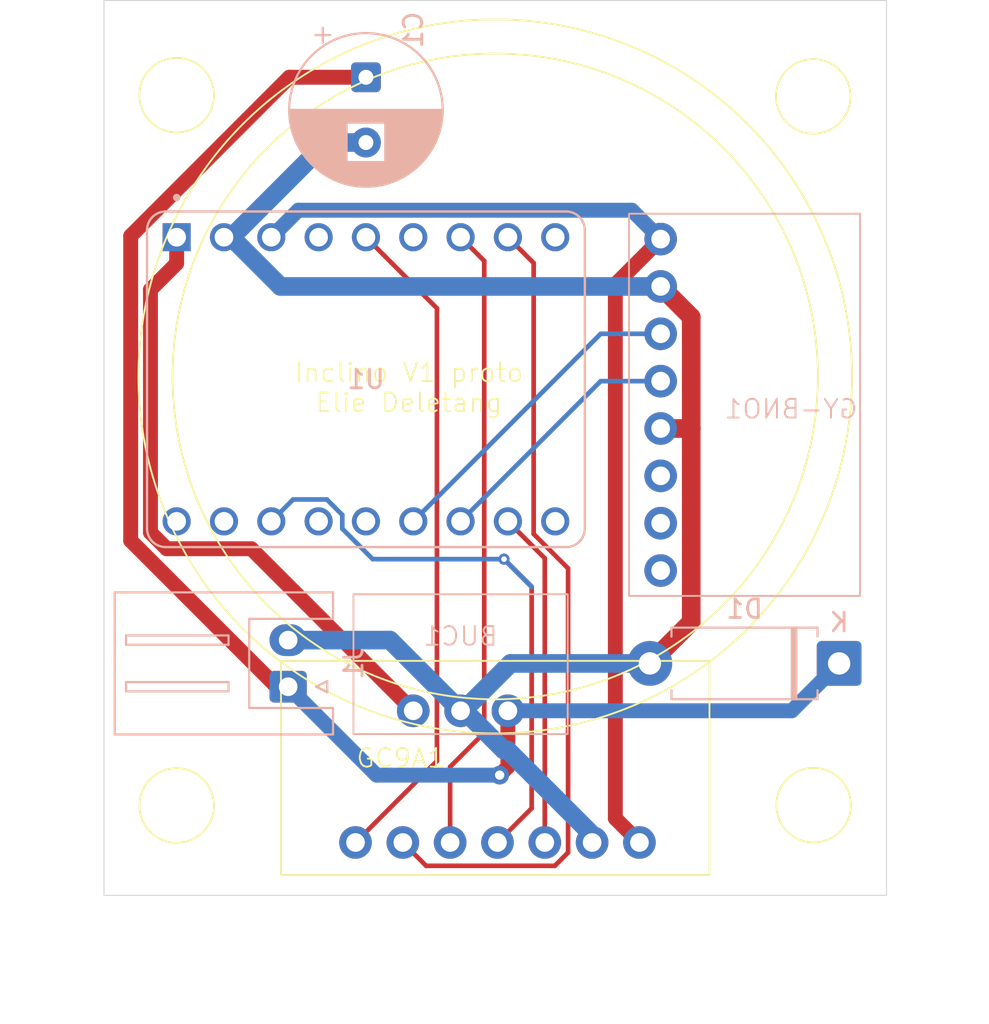
<source format=kicad_pcb>
(kicad_pcb (version 20241229) (generator "pcbnew") (generator_version "9.0")
  (layers (0 "F.Cu" signal) (2 "B.Cu" signal) (13 "F.Paste" user) (15 "B.Paste" user) (5 "F.SilkS" user "F.Silkscreen") (7 "B.SilkS" user "B.Silkscreen") (1 "F.Mask" user) (3 "B.Mask" user) (25 "Edge.Cuts" user))
  (net 0 "")
  (net 6 "Net-(BUC1-GND)")
  (net 13 "Net-(GC9A1-VCC)")
  (net 14 "Net-(GY-BNO1-SDA{slash}Tx)")
  (net 15 "Net-(BUC1-Vout)")
  (net 16 "Net-(GY-BNO1-SCL{slash}Rx)")
  (net 17 "Net-(GC9A1-RST)")
  (net 18 "Net-(GC9A1-SCL)")
  (net 19 "Net-(GC9A1-DC)")
  (net 20 "Net-(GC9A1-CS)")
  (net 21 "Net-(GC9A1-SDA)")
  (net 22 "Net-(BUC1-Vin)")
  (footprint "Mes_Empreintes:GC9A01" (layer "F.Cu") (at 103.46 85.145)
    (property "Reference" "GC9A1" (at -5.08 -14.025 0) (layer "F.SilkS") (effects (font (thickness 0.1))))
    (property "Value" "~" (hide yes))
    (fp_rect (start -11.5 -19.24) (end 11.5 -7.76) (stroke (width 0.1)) (fill no) (layer "F.SilkS"))
    (fp_circle (center 0 -34.5) (end 17.32 -34.5) (stroke (width 0.1)) (fill no) (layer "F.SilkS"))
    (fp_circle (center 0 -34.5) (end 19.15 -34.5) (stroke (width 0.1)) (fill no) (layer "F.SilkS"))
    (pad "1" thru_hole circle (at -7.5 -9.5) (size 1.75 1.75) (drill 1) (layers "*.Cu" "*.Mask") (net 17 "Net-(GC9A1-RST)"))
    (pad "2" thru_hole circle (at -4.96 -9.5) (size 1.75 1.75) (drill 1) (layers "*.Cu" "*.Mask") (net 20 "Net-(GC9A1-CS)"))
    (pad "3" thru_hole circle (at -2.42 -9.5) (size 1.75 1.75) (drill 1) (layers "*.Cu" "*.Mask") (net 19 "Net-(GC9A1-DC)"))
    (pad "4" thru_hole circle (at 0.12 -9.5) (size 1.75 1.75) (drill 1) (layers "*.Cu" "*.Mask") (net 21 "Net-(GC9A1-SDA)"))
    (pad "5" thru_hole circle (at 2.66 -9.5) (size 1.75 1.75) (drill 1) (layers "*.Cu" "*.Mask") (net 18 "Net-(GC9A1-SCL)"))
    (pad "6" thru_hole circle (at 5.2 -9.5) (size 1.75 1.75) (drill 1) (layers "*.Cu" "*.Mask") (net 6 "Net-(BUC1-GND)"))
    (pad "7" thru_hole circle (at 7.74 -9.5) (size 1.75 1.75) (drill 1) (layers "*.Cu" "*.Mask") (net 13 "Net-(GC9A1-VCC)"))
  )
  (footprint "MountingHole:MountingHole_3.2mm_M3" (layer "F.Cu") (at 86.36 73.66)
    (property "Reference" "M4" (hide yes))
    (property "Value" "MountingHole_3.2mm_M3")
    (pad "" np_thru_hole circle (at 0 0) (size 3.2 3.2) (drill 3.2) (layers "*.Cu" "*.Mask"))
  )
  (footprint "MountingHole:MountingHole_3.2mm_M3" (layer "F.Cu") (at 120.5 35.56)
    (property "Reference" "M2" (hide yes))
    (property "Value" "MountingHole_3.2mm_M3")
    (pad "" np_thru_hole circle (at 0 0) (size 3.2 3.2) (drill 3.2) (layers "*.Cu" "*.Mask"))
  )
  (footprint "MountingHole:MountingHole_3.2mm_M3" (layer "F.Cu") (at 86.36 35.56)
    (property "Reference" "M1" (hide yes))
    (property "Value" "MountingHole_3.2mm_M3")
    (pad "" np_thru_hole circle (at 0 0) (size 3.2 3.2) (drill 3.2) (layers "*.Cu" "*.Mask"))
  )
  (footprint "MountingHole:MountingHole_3.2mm_M3" (layer "F.Cu") (at 120.5 73.66)
    (property "Reference" "M3" (hide yes))
    (property "Value" "MountingHole_3.2mm_M3")
    (pad "" np_thru_hole circle (at 0 0) (size 3.2 3.2) (drill 3.2) (layers "*.Cu" "*.Mask"))
  )
  (footprint "Diode_THT:D_DO-15_P10.16mm_Horizontal" (layer "B.Cu") (at 121.92 66.04 180)
    (property "Reference" "D1" (at 5.08 2.92 0) (layer "B.SilkS") (effects (justify mirror)))
    (property "Value" "D_TVS")
    (fp_line (start 9 1.92) (end 9 1.44) (stroke (width 0.12)) (layer "B.SilkS"))
    (fp_line (start 9 -1.92) (end 9 -1.44) (stroke (width 0.12)) (layer "B.SilkS"))
    (fp_line (start 2.54 1.92) (end 2.54 -1.92) (stroke (width 0.12)) (layer "B.SilkS"))
    (fp_line (start 2.42 1.92) (end 2.42 -1.92) (stroke (width 0.12)) (layer "B.SilkS"))
    (fp_line (start 2.3 1.92) (end 2.3 -1.92) (stroke (width 0.12)) (layer "B.SilkS"))
    (fp_line (start 1.16 1.92) (end 9 1.92) (stroke (width 0.12)) (layer "B.SilkS"))
    (fp_line (start 1.16 1.44) (end 1.16 1.92) (stroke (width 0.12)) (layer "B.SilkS"))
    (fp_line (start 1.16 -1.44) (end 1.16 -1.92) (stroke (width 0.12)) (layer "B.SilkS"))
    (fp_line (start 1.16 -1.92) (end 9 -1.92) (stroke (width 0.12)) (layer "B.SilkS"))
    (fp_text user "K" (at 0 2.2 0) (layer "B.SilkS") (effects (justify mirror)))
    (pad "1" thru_hole roundrect (at 0 0 180) (size 2.4 2.4) (drill 1.2) (layers "*.Cu" "*.Mask") (roundrect_rratio 0.104167) (net 22 "Net-(BUC1-Vin)"))
    (pad "2" thru_hole circle (at 10.16 0 180) (size 2.4 2.4) (drill 1.2) (layers "*.Cu" "*.Mask") (net 6 "Net-(BUC1-GND)"))
  )
  (footprint "ESP32-S3-ZERO:MODULE_ESP32-S3-ZERO" (layer "B.Cu") (at 96.52 50.8 -90)
    (property "Reference" "U1" (at 0 0 180) (layer "B.SilkS") (effects (justify mirror)))
    (property "Value" "ESP32-S3-ZERO")
    (fp_line (start -8 11.75) (end -4.61 11.75) (stroke (width 0.127)) (layer "B.SilkS"))
    (fp_line (start -4.61 11.75) (end 4.33 11.75) (stroke (width 0.127)) (layer "B.SilkS"))
    (fp_line (start 4.33 11.75) (end 8 11.75) (stroke (width 0.127)) (layer "B.SilkS"))
    (fp_line (start 9 10.75) (end 9 -10.75) (stroke (width 0.127)) (layer "B.SilkS"))
    (fp_line (start -9 -10.75) (end -9 10.75) (stroke (width 0.127)) (layer "B.SilkS"))
    (fp_line (start 8 -11.75) (end -8 -11.75) (stroke (width 0.127)) (layer "B.SilkS"))
    (fp_arc (start -8 11.75) (mid -8.707107 11.457107) (end -9 10.75) (stroke (width 0.127)) (layer "B.SilkS"))
    (fp_arc (start 9 10.75) (mid 8.707107 11.457107) (end 8 11.75) (stroke (width 0.127)) (layer "B.SilkS"))
    (fp_arc (start -9 -10.75) (mid -8.707107 -11.457107) (end -8 -11.75) (stroke (width 0.127)) (layer "B.SilkS"))
    (fp_arc (start 8 -11.75) (mid 8.707107 -11.457107) (end 9 -10.75) (stroke (width 0.127)) (layer "B.SilkS"))
    (fp_circle (center -9.75 10.16) (end -9.65 10.16) (stroke (width 0.2)) (fill no) (layer "B.SilkS"))
    (pad "1" thru_hole circle (at -7.62 2.54 270) (size 1.508 1.508) (drill 1) (layers "*.Cu" "*.Mask"))
    (pad "2" thru_hole circle (at -7.62 0 270) (size 1.508 1.508) (drill 1) (layers "*.Cu" "*.Mask") (net 17 "Net-(GC9A1-RST)"))
    (pad "3" thru_hole circle (at -7.62 -2.54 270) (size 1.508 1.508) (drill 1) (layers "*.Cu" "*.Mask"))
    (pad "3V3" thru_hole circle (at -7.62 5.08 270) (size 1.508 1.508) (drill 1) (layers "*.Cu" "*.Mask") (net 13 "Net-(GC9A1-VCC)"))
    (pad "4" thru_hole circle (at -7.62 -5.08 270) (size 1.508 1.508) (drill 1) (layers "*.Cu" "*.Mask") (net 19 "Net-(GC9A1-DC)"))
    (pad "5" thru_hole circle (at -7.62 -7.62 270) (size 1.508 1.508) (drill 1) (layers "*.Cu" "*.Mask") (net 20 "Net-(GC9A1-CS)"))
    (pad "5V" thru_hole rect (at -7.62 10.16 270) (size 1.508 1.508) (drill 1) (layers "*.Cu" "*.Mask") (net 15 "Net-(BUC1-Vout)"))
    (pad "6" thru_hole circle (at -7.62 -10.16 270) (size 1.508 1.508) (drill 1) (layers "*.Cu" "*.Mask"))
    (pad "7" thru_hole circle (at 7.62 -10.16 270) (size 1.508 1.508) (drill 1) (layers "*.Cu" "*.Mask"))
    (pad "8" thru_hole circle (at 7.62 -7.62 270) (size 1.508 1.508) (drill 1) (layers "*.Cu" "*.Mask") (net 18 "Net-(GC9A1-SCL)"))
    (pad "9" thru_hole circle (at 7.62 -5.08 270) (size 1.508 1.508) (drill 1) (layers "*.Cu" "*.Mask") (net 14 "Net-(GY-BNO1-SDA{slash}Tx)"))
    (pad "10" thru_hole circle (at 7.62 -2.54 270) (size 1.508 1.508) (drill 1) (layers "*.Cu" "*.Mask") (net 16 "Net-(GY-BNO1-SCL{slash}Rx)"))
    (pad "11" thru_hole circle (at 7.62 0 270) (size 1.508 1.508) (drill 1) (layers "*.Cu" "*.Mask"))
    (pad "12" thru_hole circle (at 7.62 2.54 270) (size 1.508 1.508) (drill 1) (layers "*.Cu" "*.Mask"))
    (pad "13" thru_hole circle (at 7.62 5.08 270) (size 1.508 1.508) (drill 1) (layers "*.Cu" "*.Mask") (net 21 "Net-(GC9A1-SDA)"))
    (pad "GND" thru_hole circle (at -7.62 7.62 270) (size 1.508 1.508) (drill 1) (layers "*.Cu" "*.Mask") (net 6 "Net-(BUC1-GND)"))
    (pad "RX" thru_hole circle (at 7.62 7.62 270) (size 1.508 1.508) (drill 1) (layers "*.Cu" "*.Mask"))
    (pad "TX" thru_hole circle (at 7.62 10.16 270) (size 1.508 1.508) (drill 1) (layers "*.Cu" "*.Mask"))
  )
  (footprint "Connector_JST:JST_XH_S2B-XH-A_1x02_P2.50mm_Horizontal" (layer "B.Cu") (at 92.345 67.29 90)
    (property "Reference" "J1" (at 1.25 3.51 90) (layer "B.SilkS") (effects (justify mirror)))
    (property "Value" "Conn_01x02_MountingPin")
    (fp_line (start 5.06 -9.31) (end 5.06 2.41) (stroke (width 0.12)) (layer "B.SilkS"))
    (fp_line (start 1.25 -9.31) (end 5.06 -9.31) (stroke (width 0.12)) (layer "B.SilkS"))
    (fp_line (start 1.25 -9.31) (end -2.56 -9.31) (stroke (width 0.12)) (layer "B.SilkS"))
    (fp_line (start -2.56 -9.31) (end -2.56 2.41) (stroke (width 0.12)) (layer "B.SilkS"))
    (fp_line (start 2.75 -8.7) (end 2.75 -3.2) (stroke (width 0.12)) (layer "B.SilkS"))
    (fp_line (start 2.25 -8.7) (end 2.75 -8.7) (stroke (width 0.12)) (layer "B.SilkS"))
    (fp_line (start 0.25 -8.7) (end 0.25 -3.2) (stroke (width 0.12)) (layer "B.SilkS"))
    (fp_line (start -0.25 -8.7) (end 0.25 -8.7) (stroke (width 0.12)) (layer "B.SilkS"))
    (fp_line (start 2.75 -3.2) (end 2.25 -3.2) (stroke (width 0.12)) (layer "B.SilkS"))
    (fp_line (start 2.25 -3.2) (end 2.25 -8.7) (stroke (width 0.12)) (layer "B.SilkS"))
    (fp_line (start 0.25 -3.2) (end -0.25 -3.2) (stroke (width 0.12)) (layer "B.SilkS"))
    (fp_line (start -0.25 -3.2) (end -0.25 -8.7) (stroke (width 0.12)) (layer "B.SilkS"))
    (fp_line (start 3.64 -2.09) (end 1.25 -2.09) (stroke (width 0.12)) (layer "B.SilkS"))
    (fp_line (start -1.14 -2.09) (end 1.25 -2.09) (stroke (width 0.12)) (layer "B.SilkS"))
    (fp_line (start 0 1.5) (end -0.3 2.1) (stroke (width 0.12)) (layer "B.SilkS"))
    (fp_line (start 0.3 2.1) (end 0 1.5) (stroke (width 0.12)) (layer "B.SilkS"))
    (fp_line (start -0.3 2.1) (end 0.3 2.1) (stroke (width 0.12)) (layer "B.SilkS"))
    (fp_line (start 5.06 2.41) (end 3.64 2.41) (stroke (width 0.12)) (layer "B.SilkS"))
    (fp_line (start 3.64 2.41) (end 3.64 -2.09) (stroke (width 0.12)) (layer "B.SilkS"))
    (fp_line (start -1.14 2.41) (end -1.14 -2.09) (stroke (width 0.12)) (layer "B.SilkS"))
    (fp_line (start -2.56 2.41) (end -1.14 2.41) (stroke (width 0.12)) (layer "B.SilkS"))
    (pad "1" thru_hole roundrect (at 0 0 90) (size 1.7 2) (drill 1) (layers "*.Cu" "*.Mask") (roundrect_rratio 0.147059) (net 22 "Net-(BUC1-Vin)"))
    (pad "2" thru_hole oval (at 2.5 0 90) (size 1.7 2) (drill 1) (layers "*.Cu" "*.Mask") (net 6 "Net-(BUC1-GND)"))
  )
  (footprint "Capacitor_THT:CP_Radial_D8.0mm_P3.50mm" (layer "B.Cu") (at 96.52 34.6 -90)
    (property "Reference" "C1" (at -2.54 -2.54 90) (layer "B.SilkS") (effects (justify mirror)))
    (property "Value" "C_Polarized")
    (fp_line (start 1.75 4.08) (end 1.75 -4.08) (stroke (width 0.12)) (layer "B.SilkS"))
    (fp_line (start 1.79 4.08) (end 1.79 -4.08) (stroke (width 0.12)) (layer "B.SilkS"))
    (fp_line (start 1.83 4.079) (end 1.83 -4.079) (stroke (width 0.12)) (layer "B.SilkS"))
    (fp_line (start 1.87 4.078) (end 1.87 -4.078) (stroke (width 0.12)) (layer "B.SilkS"))
    (fp_line (start 1.91 4.077) (end 1.91 -4.077) (stroke (width 0.12)) (layer "B.SilkS"))
    (fp_line (start 1.95 4.075) (end 1.95 -4.075) (stroke (width 0.12)) (layer "B.SilkS"))
    (fp_line (start 1.99 4.073) (end 1.99 -4.073) (stroke (width 0.12)) (layer "B.SilkS"))
    (fp_line (start 2.03 4.07) (end 2.03 -4.07) (stroke (width 0.12)) (layer "B.SilkS"))
    (fp_line (start 2.07 4.068) (end 2.07 -4.068) (stroke (width 0.12)) (layer "B.SilkS"))
    (fp_line (start 2.11 4.064) (end 2.11 -4.064) (stroke (width 0.12)) (layer "B.SilkS"))
    (fp_line (start 2.15 4.061) (end 2.15 -4.061) (stroke (width 0.12)) (layer "B.SilkS"))
    (fp_line (start 2.19 4.056) (end 2.19 -4.056) (stroke (width 0.12)) (layer "B.SilkS"))
    (fp_line (start 2.23 4.052) (end 2.23 -4.052) (stroke (width 0.12)) (layer "B.SilkS"))
    (fp_line (start 2.27 4.047) (end 2.27 -4.047) (stroke (width 0.12)) (layer "B.SilkS"))
    (fp_line (start 2.31 4.042) (end 2.31 -4.042) (stroke (width 0.12)) (layer "B.SilkS"))
    (fp_line (start 2.35 4.036) (end 2.35 -4.036) (stroke (width 0.12)) (layer "B.SilkS"))
    (fp_line (start 2.39 4.03) (end 2.39 -4.03) (stroke (width 0.12)) (layer "B.SilkS"))
    (fp_line (start 2.43 4.023) (end 2.43 -4.023) (stroke (width 0.12)) (layer "B.SilkS"))
    (fp_line (start 2.47 4.017) (end 2.47 1.04) (stroke (width 0.12)) (layer "B.SilkS"))
    (fp_line (start 2.51 4.009) (end 2.51 1.04) (stroke (width 0.12)) (layer "B.SilkS"))
    (fp_line (start 2.55 4.002) (end 2.55 1.04) (stroke (width 0.12)) (layer "B.SilkS"))
    (fp_line (start 2.59 3.993) (end 2.59 1.04) (stroke (width 0.12)) (layer "B.SilkS"))
    (fp_line (start 2.63 3.985) (end 2.63 1.04) (stroke (width 0.12)) (layer "B.SilkS"))
    (fp_line (start 2.67 3.976) (end 2.67 1.04) (stroke (width 0.12)) (layer "B.SilkS"))
    (fp_line (start 2.71 3.967) (end 2.71 1.04) (stroke (width 0.12)) (layer "B.SilkS"))
    (fp_line (start 2.75 3.957) (end 2.75 1.04) (stroke (width 0.12)) (layer "B.SilkS"))
    (fp_line (start 2.79 3.947) (end 2.79 1.04) (stroke (width 0.12)) (layer "B.SilkS"))
    (fp_line (start 2.83 3.936) (end 2.83 1.04) (stroke (width 0.12)) (layer "B.SilkS"))
    (fp_line (start 2.87 3.925) (end 2.87 1.04) (stroke (width 0.12)) (layer "B.SilkS"))
    (fp_line (start 2.91 3.913) (end 2.91 1.04) (stroke (width 0.12)) (layer "B.SilkS"))
    (fp_line (start 2.95 3.901) (end 2.95 1.04) (stroke (width 0.12)) (layer "B.SilkS"))
    (fp_line (start 2.99 3.889) (end 2.99 1.04) (stroke (width 0.12)) (layer "B.SilkS"))
    (fp_line (start 3.03 3.876) (end 3.03 1.04) (stroke (width 0.12)) (layer "B.SilkS"))
    (fp_line (start 3.07 3.863) (end 3.07 1.04) (stroke (width 0.12)) (layer "B.SilkS"))
    (fp_line (start 3.11 3.849) (end 3.11 1.04) (stroke (width 0.12)) (layer "B.SilkS"))
    (fp_line (start 3.15 3.835) (end 3.15 1.04) (stroke (width 0.12)) (layer "B.SilkS"))
    (fp_line (start 3.19 3.82) (end 3.19 1.04) (stroke (width 0.12)) (layer "B.SilkS"))
    (fp_line (start 3.23 3.805) (end 3.23 1.04) (stroke (width 0.12)) (layer "B.SilkS"))
    (fp_line (start 3.27 3.789) (end 3.27 1.04) (stroke (width 0.12)) (layer "B.SilkS"))
    (fp_line (start 3.31 3.773) (end 3.31 1.04) (stroke (width 0.12)) (layer "B.SilkS"))
    (fp_line (start 3.35 3.757) (end 3.35 1.04) (stroke (width 0.12)) (layer "B.SilkS"))
    (fp_line (start 3.39 3.74) (end 3.39 1.04) (stroke (width 0.12)) (layer "B.SilkS"))
    (fp_line (start 3.43 3.722) (end 3.43 1.04) (stroke (width 0.12)) (layer "B.SilkS"))
    (fp_line (start 3.47 3.704) (end 3.47 1.04) (stroke (width 0.12)) (layer "B.SilkS"))
    (fp_line (start 3.51 3.685) (end 3.51 1.04) (stroke (width 0.12)) (layer "B.SilkS"))
    (fp_line (start 3.55 3.666) (end 3.55 1.04) (stroke (width 0.12)) (layer "B.SilkS"))
    (fp_line (start 3.59 3.646) (end 3.59 1.04) (stroke (width 0.12)) (layer "B.SilkS"))
    (fp_line (start 3.63 3.626) (end 3.63 1.04) (stroke (width 0.12)) (layer "B.SilkS"))
    (fp_line (start 3.67 3.605) (end 3.67 1.04) (stroke (width 0.12)) (layer "B.SilkS"))
    (fp_line (start 3.71 3.584) (end 3.71 1.04) (stroke (width 0.12)) (layer "B.SilkS"))
    (fp_line (start 3.75 3.562) (end 3.75 1.04) (stroke (width 0.12)) (layer "B.SilkS"))
    (fp_line (start 3.79 3.539) (end 3.79 1.04) (stroke (width 0.12)) (layer "B.SilkS"))
    (fp_line (start 3.83 3.516) (end 3.83 1.04) (stroke (width 0.12)) (layer "B.SilkS"))
    (fp_line (start 3.87 3.493) (end 3.87 1.04) (stroke (width 0.12)) (layer "B.SilkS"))
    (fp_line (start 3.91 3.468) (end 3.91 1.04) (stroke (width 0.12)) (layer "B.SilkS"))
    (fp_line (start 3.95 3.443) (end 3.95 1.04) (stroke (width 0.12)) (layer "B.SilkS"))
    (fp_line (start 3.99 3.418) (end 3.99 1.04) (stroke (width 0.12)) (layer "B.SilkS"))
    (fp_line (start 4.03 3.392) (end 4.03 1.04) (stroke (width 0.12)) (layer "B.SilkS"))
    (fp_line (start 4.07 3.365) (end 4.07 1.04) (stroke (width 0.12)) (layer "B.SilkS"))
    (fp_line (start 4.11 3.337) (end 4.11 1.04) (stroke (width 0.12)) (layer "B.SilkS"))
    (fp_line (start 4.15 3.309) (end 4.15 1.04) (stroke (width 0.12)) (layer "B.SilkS"))
    (fp_line (start 4.19 3.28) (end 4.19 1.04) (stroke (width 0.12)) (layer "B.SilkS"))
    (fp_line (start 4.23 3.25) (end 4.23 1.04) (stroke (width 0.12)) (layer "B.SilkS"))
    (fp_line (start 4.27 3.219) (end 4.27 1.04) (stroke (width 0.12)) (layer "B.SilkS"))
    (fp_line (start 4.31 3.188) (end 4.31 1.04) (stroke (width 0.12)) (layer "B.SilkS"))
    (fp_line (start 4.35 3.156) (end 4.35 1.04) (stroke (width 0.12)) (layer "B.SilkS"))
    (fp_line (start 4.39 3.123) (end 4.39 1.04) (stroke (width 0.12)) (layer "B.SilkS"))
    (fp_line (start 4.43 3.089) (end 4.43 1.04) (stroke (width 0.12)) (layer "B.SilkS"))
    (fp_line (start 4.47 3.055) (end 4.47 1.04) (stroke (width 0.12)) (layer "B.SilkS"))
    (fp_line (start 4.51 3.019) (end 4.51 1.04) (stroke (width 0.12)) (layer "B.SilkS"))
    (fp_line (start 4.55 2.982) (end 4.55 -2.982) (stroke (width 0.12)) (layer "B.SilkS"))
    (fp_line (start 4.59 2.945) (end 4.59 -2.945) (stroke (width 0.12)) (layer "B.SilkS"))
    (fp_line (start 4.63 2.906) (end 4.63 -2.906) (stroke (width 0.12)) (layer "B.SilkS"))
    (fp_line (start 4.67 2.867) (end 4.67 -2.867) (stroke (width 0.12)) (layer "B.SilkS"))
    (fp_line (start 4.71 2.826) (end 4.71 -2.826) (stroke (width 0.12)) (layer "B.SilkS"))
    (fp_line (start 4.75 2.784) (end 4.75 -2.784) (stroke (width 0.12)) (layer "B.SilkS"))
    (fp_line (start 4.79 2.741) (end 4.79 -2.741) (stroke (width 0.12)) (layer "B.SilkS"))
    (fp_line (start -2.259698 2.715) (end -2.259698 1.915) (stroke (width 0.12)) (layer "B.SilkS"))
    (fp_line (start 4.83 2.696) (end 4.83 -2.696) (stroke (width 0.12)) (layer "B.SilkS"))
    (fp_line (start 4.87 2.651) (end 4.87 -2.651) (stroke (width 0.12)) (layer "B.SilkS"))
    (fp_line (start 4.91 2.604) (end 4.91 -2.604) (stroke (width 0.12)) (layer "B.SilkS"))
    (fp_line (start 4.95 2.555) (end 4.95 -2.555) (stroke (width 0.12)) (layer "B.SilkS"))
    (fp_line (start 4.99 2.505) (end 4.99 -2.505) (stroke (width 0.12)) (layer "B.SilkS"))
    (fp_line (start 5.03 2.453) (end 5.03 -2.453) (stroke (width 0.12)) (layer "B.SilkS"))
    (fp_line (start 5.07 2.4) (end 5.07 -2.4) (stroke (width 0.12)) (layer "B.SilkS"))
    (fp_line (start 5.11 2.344) (end 5.11 -2.344) (stroke (width 0.12)) (layer "B.SilkS"))
    (fp_line (start -2.659698 2.315) (end -1.859698 2.315) (stroke (width 0.12)) (layer "B.SilkS"))
    (fp_line (start 5.15 2.287) (end 5.15 -2.287) (stroke (width 0.12)) (layer "B.SilkS"))
    (fp_line (start 5.19 2.227) (end 5.19 -2.227) (stroke (width 0.12)) (layer "B.SilkS"))
    (fp_line (start 5.23 2.165) (end 5.23 -2.165) (stroke (width 0.12)) (layer "B.SilkS"))
    (fp_line (start 5.27 2.101) (end 5.27 -2.101) (stroke (width 0.12)) (layer "B.SilkS"))
    (fp_line (start 5.31 2.034) (end 5.31 -2.034) (stroke (width 0.12)) (layer "B.SilkS"))
    (fp_line (start 5.35 1.964) (end 5.35 -1.964) (stroke (width 0.12)) (layer "B.SilkS"))
    (fp_line (start 5.39 1.89) (end 5.39 -1.89) (stroke (width 0.12)) (layer "B.SilkS"))
    (fp_line (start 5.43 1.813) (end 5.43 -1.813) (stroke (width 0.12)) (layer "B.SilkS"))
    (fp_line (start 5.47 1.731) (end 5.47 -1.731) (stroke (width 0.12)) (layer "B.SilkS"))
    (fp_line (start 5.51 1.644) (end 5.51 -1.644) (stroke (width 0.12)) (layer "B.SilkS"))
    (fp_line (start 5.55 1.552) (end 5.55 -1.552) (stroke (width 0.12)) (layer "B.SilkS"))
    (fp_line (start 5.59 1.453) (end 5.59 -1.453) (stroke (width 0.12)) (layer "B.SilkS"))
    (fp_line (start 5.63 1.346) (end 5.63 -1.346) (stroke (width 0.12)) (layer "B.SilkS"))
    (fp_line (start 5.67 1.228) (end 5.67 -1.228) (stroke (width 0.12)) (layer "B.SilkS"))
    (fp_line (start 5.71 1.097) (end 5.71 -1.097) (stroke (width 0.12)) (layer "B.SilkS"))
    (fp_line (start 5.75 0.947) (end 5.75 -0.947) (stroke (width 0.12)) (layer "B.SilkS"))
    (fp_line (start 5.79 0.768) (end 5.79 -0.768) (stroke (width 0.12)) (layer "B.SilkS"))
    (fp_line (start 5.83 0.533) (end 5.83 -0.533) (stroke (width 0.12)) (layer "B.SilkS"))
    (fp_line (start 2.47 -1.04) (end 2.47 -4.017) (stroke (width 0.12)) (layer "B.SilkS"))
    (fp_line (start 2.51 -1.04) (end 2.51 -4.009) (stroke (width 0.12)) (layer "B.SilkS"))
    (fp_line (start 2.55 -1.04) (end 2.55 -4.002) (stroke (width 0.12)) (layer "B.SilkS"))
    (fp_line (start 2.59 -1.04) (end 2.59 -3.993) (stroke (width 0.12)) (layer "B.SilkS"))
    (fp_line (start 2.63 -1.04) (end 2.63 -3.985) (stroke (width 0.12)) (layer "B.SilkS"))
    (fp_line (start 2.67 -1.04) (end 2.67 -3.976) (stroke (width 0.12)) (layer "B.SilkS"))
    (fp_line (start 2.71 -1.04) (end 2.71 -3.967) (stroke (width 0.12)) (layer "B.SilkS"))
    (fp_line (start 2.75 -1.04) (end 2.75 -3.957) (stroke (width 0.12)) (layer "B.SilkS"))
    (fp_line (start 2.79 -1.04) (end 2.79 -3.947) (stroke (width 0.12)) (layer "B.SilkS"))
    (fp_line (start 2.83 -1.04) (end 2.83 -3.936) (stroke (width 0.12)) (layer "B.SilkS"))
    (fp_line (start 2.87 -1.04) (end 2.87 -3.925) (stroke (width 0.12)) (layer "B.SilkS"))
    (fp_line (start 2.91 -1.04) (end 2.91 -3.913) (stroke (width 0.12)) (layer "B.SilkS"))
    (fp_line (start 2.95 -1.04) (end 2.95 -3.901) (stroke (width 0.12)) (layer "B.SilkS"))
    (fp_line (start 2.99 -1.04) (end 2.99 -3.889) (stroke (width 0.12)) (layer "B.SilkS"))
    (fp_line (start 3.03 -1.04) (end 3.03 -3.876) (stroke (width 0.12)) (layer "B.SilkS"))
    (fp_line (start 3.07 -1.04) (end 3.07 -3.863) (stroke (width 0.12)) (layer "B.SilkS"))
    (fp_line (start 3.11 -1.04) (end 3.11 -3.849) (stroke (width 0.12)) (layer "B.SilkS"))
    (fp_line (start 3.15 -1.04) (end 3.15 -3.835) (stroke (width 0.12)) (layer "B.SilkS"))
    (fp_line (start 3.19 -1.04) (end 3.19 -3.82) (stroke (width 0.12)) (layer "B.SilkS"))
    (fp_line (start 3.23 -1.04) (end 3.23 -3.805) (stroke (width 0.12)) (layer "B.SilkS"))
    (fp_line (start 3.27 -1.04) (end 3.27 -3.789) (stroke (width 0.12)) (layer "B.SilkS"))
    (fp_line (start 3.31 -1.04) (end 3.31 -3.773) (stroke (width 0.12)) (layer "B.SilkS"))
    (fp_line (start 3.35 -1.04) (end 3.35 -3.757) (stroke (width 0.12)) (layer "B.SilkS"))
    (fp_line (start 3.39 -1.04) (end 3.39 -3.74) (stroke (width 0.12)) (layer "B.SilkS"))
    (fp_line (start 3.43 -1.04) (end 3.43 -3.722) (stroke (width 0.12)) (layer "B.SilkS"))
    (fp_line (start 3.47 -1.04) (end 3.47 -3.704) (stroke (width 0.12)) (layer "B.SilkS"))
    (fp_line (start 3.51 -1.04) (end 3.51 -3.685) (stroke (width 0.12)) (layer "B.SilkS"))
    (fp_line (start 3.55 -1.04) (end 3.55 -3.666) (stroke (width 0.12)) (layer "B.SilkS"))
    (fp_line (start 3.59 -1.04) (end 3.59 -3.646) (stroke (width 0.12)) (layer "B.SilkS"))
    (fp_line (start 3.63 -1.04) (end 3.63 -3.626) (stroke (width 0.12)) (layer "B.SilkS"))
    (fp_line (start 3.67 -1.04) (end 3.67 -3.605) (stroke (width 0.12)) (layer "B.SilkS"))
    (fp_line (start 3.71 -1.04) (end 3.71 -3.584) (stroke (width 0.12)) (layer "B.SilkS"))
    (fp_line (start 3.75 -1.04) (end 3.75 -3.562) (stroke (width 0.12)) (layer "B.SilkS"))
    (fp_line (start 3.79 -1.04) (end 3.79 -3.539) (stroke (width 0.12)) (layer "B.SilkS"))
    (fp_line (start 3.83 -1.04) (end 3.83 -3.516) (stroke (width 0.12)) (layer "B.SilkS"))
    (fp_line (start 3.87 -1.04) (end 3.87 -3.493) (stroke (width 0.12)) (layer "B.SilkS"))
    (fp_line (start 3.91 -1.04) (end 3.91 -3.468) (stroke (width 0.12)) (layer "B.SilkS"))
    (fp_line (start 3.95 -1.04) (end 3.95 -3.443) (stroke (width 0.12)) (layer "B.SilkS"))
    (fp_line (start 3.99 -1.04) (end 3.99 -3.418) (stroke (width 0.12)) (layer "B.SilkS"))
    (fp_line (start 4.03 -1.04) (end 4.03 -3.392) (stroke (width 0.12)) (layer "B.SilkS"))
    (fp_line (start 4.07 -1.04) (end 4.07 -3.365) (stroke (width 0.12)) (layer "B.SilkS"))
    (fp_line (start 4.11 -1.04) (end 4.11 -3.337) (stroke (width 0.12)) (layer "B.SilkS"))
    (fp_line (start 4.15 -1.04) (end 4.15 -3.309) (stroke (width 0.12)) (layer "B.SilkS"))
    (fp_line (start 4.19 -1.04) (end 4.19 -3.28) (stroke (width 0.12)) (layer "B.SilkS"))
    (fp_line (start 4.23 -1.04) (end 4.23 -3.25) (stroke (width 0.12)) (layer "B.SilkS"))
    (fp_line (start 4.27 -1.04) (end 4.27 -3.219) (stroke (width 0.12)) (layer "B.SilkS"))
    (fp_line (start 4.31 -1.04) (end 4.31 -3.188) (stroke (width 0.12)) (layer "B.SilkS"))
    (fp_line (start 4.35 -1.04) (end 4.35 -3.156) (stroke (width 0.12)) (layer "B.SilkS"))
    (fp_line (start 4.39 -1.04) (end 4.39 -3.123) (stroke (width 0.12)) (layer "B.SilkS"))
    (fp_line (start 4.43 -1.04) (end 4.43 -3.089) (stroke (width 0.12)) (layer "B.SilkS"))
    (fp_line (start 4.47 -1.04) (end 4.47 -3.055) (stroke (width 0.12)) (layer "B.SilkS"))
    (fp_line (start 4.51 -1.04) (end 4.51 -3.019) (stroke (width 0.12)) (layer "B.SilkS"))
    (fp_circle (center 1.75 0) (end 5.87 0) (stroke (width 0.12)) (fill no) (layer "B.SilkS"))
    (pad "1" thru_hole roundrect (at 0 0 270) (size 1.6 1.6) (drill 0.8) (layers "*.Cu" "*.Mask") (roundrect_rratio 0.15625) (net 22 "Net-(BUC1-Vin)"))
    (pad "2" thru_hole circle (at 3.5 0 270) (size 1.6 1.6) (drill 0.8) (layers "*.Cu" "*.Mask") (net 6 "Net-(BUC1-GND)"))
  )
  (footprint "Mes_Empreintes:GY-BNO055" (layer "B.Cu") (at 114.34 62.669 180)
    (property "Reference" "GY-BNO1" (at -5 10.275 0) (layer "B.SilkS") (effects (font (thickness 0.1)) (justify mirror)))
    (property "Value" "~")
    (fp_rect (start -8.7 20.75) (end 3.7 0.25) (stroke (width 0.1)) (fill no) (layer "B.SilkS"))
    (pad "1" thru_hole circle (at 2 19.39 180) (size 1.75 1.75) (drill 1) (layers "*.Cu" "*.Mask") (net 13 "Net-(GC9A1-VCC)"))
    (pad "2" thru_hole circle (at 2 16.85 180) (size 1.75 1.75) (drill 1) (layers "*.Cu" "*.Mask") (net 6 "Net-(BUC1-GND)"))
    (pad "3" thru_hole circle (at 2 14.31 180) (size 1.75 1.75) (drill 1) (layers "*.Cu" "*.Mask") (net 16 "Net-(GY-BNO1-SCL{slash}Rx)"))
    (pad "4" thru_hole circle (at 2 11.77 180) (size 1.75 1.75) (drill 1) (layers "*.Cu" "*.Mask") (net 14 "Net-(GY-BNO1-SDA{slash}Tx)"))
    (pad "5" thru_hole circle (at 2 9.23 180) (size 1.75 1.75) (drill 1) (layers "*.Cu" "*.Mask") (net 6 "Net-(BUC1-GND)"))
    (pad "6" thru_hole circle (at 2 6.69 180) (size 1.75 1.75) (drill 1) (layers "*.Cu" "*.Mask"))
    (pad "7" thru_hole circle (at 2 4.15 180) (size 1.75 1.75) (drill 1) (layers "*.Cu" "*.Mask"))
    (pad "8" thru_hole circle (at 2 1.61 180) (size 1.75 1.75) (drill 1) (layers "*.Cu" "*.Mask"))
  )
  (footprint "Mes_Empreintes:BEC" (layer "B.Cu") (at 101.6 78.08 180)
    (property "Reference" "BUC1" (at 0 13.5 0) (layer "B.SilkS") (effects (font (thickness 0.1)) (justify mirror)))
    (property "Value" "~" (hide yes))
    (fp_rect (start -5.75 15.75) (end 5.75 8.25) (stroke (width 0.1)) (fill no) (layer "B.SilkS"))
    (pad "1" thru_hole circle (at -2.54 9.5 180) (size 1.75 1.75) (drill 1) (layers "*.Cu" "*.Mask") (net 22 "Net-(BUC1-Vin)"))
    (pad "2" thru_hole circle (at 0 9.5 180) (size 1.75 1.75) (drill 1) (layers "*.Cu" "*.Mask") (net 6 "Net-(BUC1-GND)"))
    (pad "3" thru_hole circle (at 2.54 9.5 180) (size 1.75 1.75) (drill 1) (layers "*.Cu" "*.Mask") (net 15 "Net-(BUC1-Vout)"))
  )
  (gr_circle (center 120.549266 73.642573) (end 122.549266 73.642573) (stroke (width 0.1)) (fill no) (layer "F.SilkS"))
  (gr_circle (center 120.529286 35.627209) (end 122.529286 35.627209) (stroke (width 0.1)) (fill no) (layer "F.SilkS"))
  (gr_circle (center 86.36 35.56) (end 88.36 35.56) (stroke (width 0.1)) (fill no) (layer "F.SilkS"))
  (gr_circle (center 86.36 73.66) (end 88.36 73.66) (stroke (width 0.1)) (fill no) (layer "F.SilkS"))
  (gr_rect (start 82.46 30.48) (end 124.46 78.48) (stroke (width 0.05)) (fill no) (layer "Edge.Cuts"))
  (gr_text "Inclino V1 proto\nElie Deletang" (at 98.820246 52.638109 0) (layer "F.SilkS") (effects (font (size 1 1) (thickness 0.1)) (justify bottom)))
  (segment (start 113.9804 63.8196) (end 111.76 66.04) (width 1) (layer "F.Cu") (net 6))
  (segment (start 113.9804 47.4594) (end 113.9804 53.439) (width 1) (layer "F.Cu") (net 6))
  (segment (start 113.9804 53.439) (end 113.9804 63.8196) (width 1) (layer "F.Cu") (net 6))
  (segment (start 112.34 45.819) (end 113.9804 47.4594) (width 1) (layer "F.Cu") (net 6))
  (segment (start 113.9804 53.439) (end 112.34 53.439) (width 1) (layer "F.Cu") (net 6))
  (segment (start 91.93 45.819) (end 112.34 45.819) (width 1) (layer "B.Cu") (net 6))
  (segment (start 89.2956 43.1845) (end 89.291 43.18) (width 1) (layer "B.Cu") (net 6))
  (segment (start 108.66 75.645) (end 108.66 75.2249) (width 1) (layer "B.Cu") (net 6))
  (segment (start 108.66 75.2249) (end 104.1159 70.6808) (width 1) (layer "B.Cu") (net 6))
  (segment (start 89.2956 43.1845) (end 91.93 45.819) (width 1) (layer "B.Cu") (net 6))
  (segment (start 97.81 64.79) (end 101.6 68.58) (width 1) (layer "B.Cu") (net 6))
  (segment (start 92.345 64.79) (end 97.81 64.79) (width 1) (layer "B.Cu") (net 6))
  (segment (start 96.52 38.1) (end 94.3801 38.1) (width 1) (layer "B.Cu") (net 6))
  (segment (start 101.8815 68.58) (end 101.8815 68.4392) (width 1) (layer "B.Cu") (net 6))
  (segment (start 94.3801 38.1) (end 89.2956 43.1845) (width 1) (layer "B.Cu") (net 6))
  (segment (start 103.9107 70.6808) (end 101.8815 68.6516) (width 1) (layer "B.Cu") (net 6))
  (segment (start 104.1159 70.6808) (end 103.9107 70.6808) (width 1) (layer "B.Cu") (net 6))
  (segment (start 101.6 68.58) (end 101.8815 68.58) (width 1) (layer "B.Cu") (net 6))
  (segment (start 101.8815 68.6516) (end 101.8815 68.58) (width 1) (layer "B.Cu") (net 6))
  (segment (start 101.8815 68.4392) (end 104.2807 66.04) (width 1) (layer "B.Cu") (net 6))
  (segment (start 89.291 43.18) (end 88.9 43.18) (width 1) (layer "B.Cu") (net 6))
  (segment (start 104.2807 66.04) (end 111.76 66.04) (width 1) (layer "B.Cu") (net 6))
  (segment (start 109.9067 45.7123) (end 109.9067 74.3517) (width 0.8) (layer "F.Cu") (net 13))
  (segment (start 109.9067 74.3517) (end 111.2 75.645) (width 0.8) (layer "F.Cu") (net 13))
  (segment (start 112.34 43.279) (end 109.9067 45.7123) (width 0.8) (layer "F.Cu") (net 13))
  (segment (start 112.34 43.279) (end 110.7922 41.7312) (width 0.8) (layer "B.Cu") (net 13))
  (segment (start 92.8888 41.7312) (end 91.44 43.18) (width 0.8) (layer "B.Cu") (net 13))
  (segment (start 110.7922 41.7312) (end 92.8888 41.7312) (width 0.8) (layer "B.Cu") (net 13))
  (segment (start 109.121 50.899) (end 112.34 50.899) (width 0.25) (layer "B.Cu") (net 14))
  (segment (start 101.6 58.42) (end 109.121 50.899) (width 0.25) (layer "B.Cu") (net 14))
  (segment (start 85.8263 59.8903) (end 84.9543 59.0183) (width 0.8) (layer "F.Cu") (net 15))
  (segment (start 90.3703 59.8903) (end 85.8263 59.8903) (width 0.8) (layer "F.Cu") (net 15))
  (segment (start 84.9543 59.0183) (end 84.9543 45.9914) (width 0.8) (layer "F.Cu") (net 15))
  (segment (start 86.36 43.18) (end 86.36 44.5857) (width 0.8) (layer "F.Cu") (net 15))
  (segment (start 99.06 68.58) (end 90.3703 59.8903) (width 0.8) (layer "F.Cu") (net 15))
  (segment (start 84.9543 45.9914) (end 86.36 44.5857) (width 0.8) (layer "F.Cu") (net 15))
  (segment (start 109.121 48.359) (end 112.34 48.359) (width 0.25) (layer "B.Cu") (net 16))
  (segment (start 99.06 58.42) (end 109.121 48.359) (width 0.25) (layer "B.Cu") (net 16))
  (segment (start 100.33 46.99) (end 96.52 43.18) (width 0.25) (layer "F.Cu") (net 17))
  (segment (start 100.33 71.275) (end 100.33 46.99) (width 0.25) (layer "F.Cu") (net 17))
  (segment (start 95.96 75.645) (end 100.33 71.275) (width 0.25) (layer "F.Cu") (net 17))
  (segment (start 104.14 58.4222) (end 106.12 60.4022) (width 0.25) (layer "F.Cu") (net 18))
  (segment (start 104.14 58.42) (end 104.14 58.4222) (width 0.25) (layer "F.Cu") (net 18))
  (segment (start 106.12 60.4022) (end 106.12 75.645) (width 0.25) (layer "F.Cu") (net 18))
  (segment (start 101.04 71.5848) (end 102.87 69.7548) (width 0.25) (layer "F.Cu") (net 19))
  (segment (start 102.87 69.7548) (end 102.87 44.45) (width 0.25) (layer "F.Cu") (net 19))
  (segment (start 101.04 75.645) (end 101.04 71.5848) (width 0.25) (layer "F.Cu") (net 19))
  (segment (start 102.87 44.45) (end 101.6 43.18) (width 0.25) (layer "F.Cu") (net 19))
  (segment (start 107.3717 76.184) (end 106.659 76.8967) (width 0.25) (layer "F.Cu") (net 20))
  (segment (start 106.659 76.8967) (end 99.7517 76.8967) (width 0.25) (layer "F.Cu") (net 20))
  (segment (start 105.5233 44.5633) (end 105.5233 59.0959) (width 0.25) (layer "F.Cu") (net 20))
  (segment (start 107.3717 60.9443) (end 107.3717 76.184) (width 0.25) (layer "F.Cu") (net 20))
  (segment (start 105.5233 59.0959) (end 107.3717 60.9443) (width 0.25) (layer "F.Cu") (net 20))
  (segment (start 99.7517 76.8967) (end 98.5 75.645) (width 0.25) (layer "F.Cu") (net 20))
  (segment (start 104.14 43.18) (end 105.5233 44.5633) (width 0.25) (layer "F.Cu") (net 20))
  (segment (start 105.4162 61.9312) (end 105.4162 73.8088) (width 0.25) (layer "F.Cu") (net 21))
  (segment (start 105.4162 73.8088) (end 103.58 75.645) (width 0.25) (layer "F.Cu") (net 21))
  (segment (start 103.9311 60.4461) (end 105.4162 61.9312) (width 0.25) (layer "F.Cu") (net 21))
  (segment (start 105.4162 61.9312) (end 103.9311 60.4461) (width 0.25) (layer "F.Cu") (net 21))
  (segment (start 103.9311 60.4461) (end 105.4162 61.9312) (width 0.25) (layer "F.Cu") (net 21))
  (via (at 103.9311 60.4461) (size 0.6) (drill 0.3) (layers "F.Cu" "B.Cu") (net 21))
  (segment (start 103.9311 60.4461) (end 105.4162 61.9312) (width 0.25) (layer "B.Cu") (net 21))
  (segment (start 95.25 58.8118) (end 96.8843 60.4461) (width 0.25) (layer "B.Cu") (net 21))
  (segment (start 96.8843 60.4461) (end 103.9311 60.4461) (width 0.25) (layer "B.Cu") (net 21))
  (segment (start 105.4162 61.9312) (end 103.9311 60.4461) (width 0.25) (layer "B.Cu") (net 21))
  (segment (start 92.6138 57.2462) (end 94.4217 57.2462) (width 0.25) (layer "B.Cu") (net 21))
  (segment (start 94.4217 57.2462) (end 95.25 58.0745) (width 0.25) (layer "B.Cu") (net 21))
  (segment (start 95.25 58.0745) (end 95.25 58.8118) (width 0.25) (layer "B.Cu") (net 21))
  (segment (start 91.44 58.42) (end 92.6138 57.2462) (width 0.25) (layer "B.Cu") (net 21))
  (segment (start 91.7291 67.29) (end 92.345 67.29) (width 0.8) (layer "F.Cu") (net 22))
  (segment (start 104.14 71.5894) (end 103.6971 72.0323) (width 0.8) (layer "F.Cu") (net 22))
  (segment (start 83.8936 59.4545) (end 91.7291 67.29) (width 0.8) (layer "F.Cu") (net 22))
  (segment (start 92.4029 34.6) (end 83.8936 43.1093) (width 0.8) (layer "F.Cu") (net 22))
  (segment (start 83.8936 43.1093) (end 83.8936 59.4545) (width 0.8) (layer "F.Cu") (net 22))
  (segment (start 96.52 34.6) (end 92.4029 34.6) (width 0.8) (layer "F.Cu") (net 22))
  (segment (start 104.14 68.58) (end 104.14 71.5894) (width 0.8) (layer "F.Cu") (net 22))
  (via (at 103.6971 72.0323) (size 1) (drill 0.5) (layers "F.Cu" "B.Cu") (net 22))
  (segment (start 121.92 66.04) (end 119.38 68.58) (width 0.8) (layer "B.Cu") (net 22))
  (segment (start 97.0873 72.0323) (end 92.345 67.29) (width 0.8) (layer "B.Cu") (net 22))
  (segment (start 103.6971 72.0323) (end 97.0873 72.0323) (width 0.8) (layer "B.Cu") (net 22))
  (segment (start 119.38 68.58) (end 104.14 68.58) (width 0.8) (layer "B.Cu") (net 22))
)
</source>
